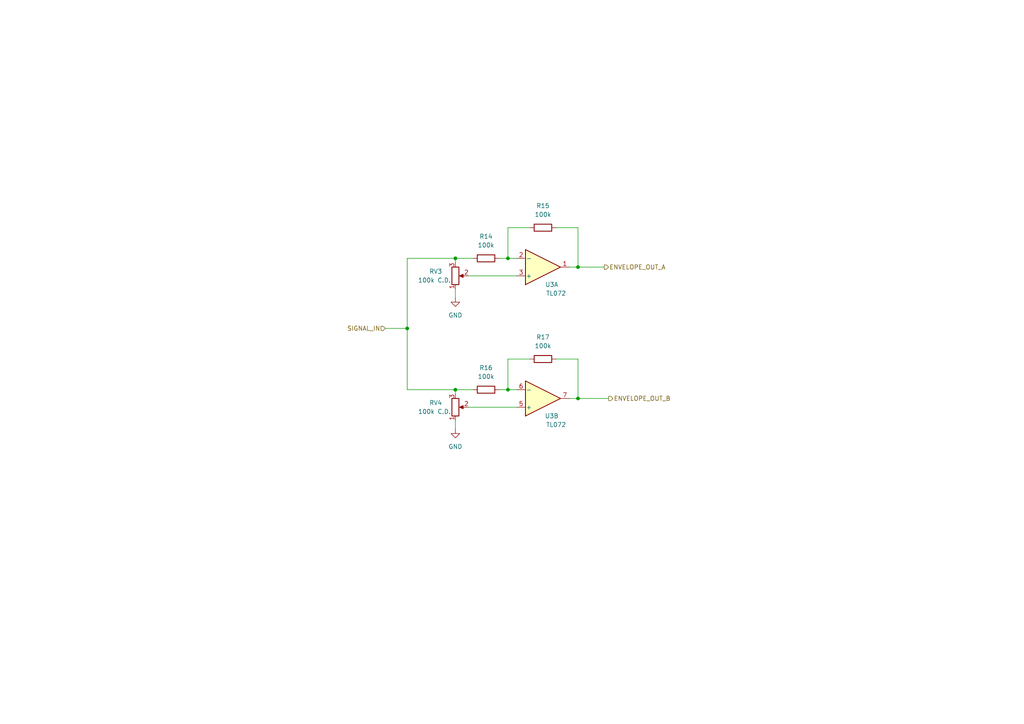
<source format=kicad_sch>
(kicad_sch (version 20230121) (generator eeschema)
  (paper "A4")
  (title_block (title "M.S.M. Stereo Lowpass Filter Pedal") (date "2022-05-26") (rev "0") (comment 2 "creativecommons.org/licenses/by/4.0") (comment 3 "License: CC by 4.0") (comment 4 "Author: Jordan Aceto"))
  (lib_symbols
    (symbol "Amplifier_Operational:TL072" (pin_names (offset 0.127))
      (property "Reference" "U" (at 0 5.08 0))
      (property "Value" "TL072" (at 0 -5.08 0))
      (symbol "TL072_1_1"
        (polyline (pts (xy -5.08 5.08) (xy 5.08 0) (xy -5.08 -5.08) (xy -5.08 5.08)) (stroke (width 0.254)) (fill (type background)))
        (pin output line (at 7.62 0 180) (length 2.54) (name "~") (number "1"))
        (pin input line (at -7.62 -2.54 0) (length 2.54) (name "-") (number "2"))
        (pin input line (at -7.62 2.54 0) (length 2.54) (name "+") (number "3"))
      )
      (symbol "TL072_2_1"
        (polyline (pts (xy -5.08 5.08) (xy 5.08 0) (xy -5.08 -5.08) (xy -5.08 5.08)) (stroke (width 0.254)) (fill (type background)))
        (pin input line (at -7.62 2.54 0) (length 2.54) (name "+") (number "5"))
        (pin input line (at -7.62 -2.54 0) (length 2.54) (name "-") (number "6"))
        (pin output line (at 7.62 0 180) (length 2.54) (name "~") (number "7"))
      )
      (symbol "TL072_3_1"
        (pin power_in line (at -2.54 -7.62 90) (length 3.81) (name "V-") (number "4"))
        (pin power_in line (at -2.54 7.62 270) (length 3.81) (name "V+") (number "8"))
      )
    )
    (symbol "Device:R" (pin_numbers hide) (pin_names (offset 0))
      (property "Reference" "R" (at 2.032 0 90))
      (property "Value" "R" (at 0 0 90))
      (symbol "R_0_1"
        (rectangle (start -1.016 -2.54) (end 1.016 2.54) (stroke (width 0.254)))
      )
      (symbol "R_1_1"
        (pin passive line (at 0 3.81 270) (length 1.27) (name "~") (number "1"))
        (pin passive line (at 0 -3.81 90) (length 1.27) (name "~") (number "2"))
      )
    )
    (symbol "Device:R_Potentiometer" (pin_names (offset 1.016) hide)
      (property "Reference" "RV" (at -4.445 0 90))
      (property "Value" "R_Potentiometer" (at -2.54 0 90))
      (symbol "R_Potentiometer_0_1"
        (polyline (pts (xy 2.54 0) (xy 1.524 0)))
        (polyline (pts (xy 1.143 0) (xy 2.286 0.508) (xy 2.286 -0.508) (xy 1.143 0)) (fill (type outline)))
        (rectangle (start 1.016 2.54) (end -1.016 -2.54) (stroke (width 0.254)))
      )
      (symbol "R_Potentiometer_1_1"
        (pin passive line (at 0 3.81 270) (length 1.27) (name "1") (number "1"))
        (pin passive line (at 3.81 0 180) (length 1.27) (name "2") (number "2"))
        (pin passive line (at 0 -3.81 90) (length 1.27) (name "3") (number "3"))
      )
    )
    (symbol "power:GND" (power) (pin_names (offset 0))
      (property "Value" "GND" (at 0 -3.81 0))
      (symbol "GND_0_1"
        (polyline (pts (xy 0 0) (xy 0 -1.27) (xy 1.27 -1.27) (xy 0 -2.54) (xy -1.27 -1.27) (xy 0 -1.27)))
      )
      (symbol "GND_1_1"
        (pin power_in line (at 0 0 270) (length 0) hide (name "GND") (number "1"))
      )
    )
  )
  (junction (at 147.32 113.03))
  (junction (at 118.11 95.25))
  (junction (at 147.32 74.93))
  (junction (at 132.08 74.93))
  (junction (at 167.64 77.47))
  (junction (at 132.08 113.03))
  (junction (at 167.64 115.57))
  (wire (pts (xy 147.32 113.03) (xy 149.86 113.03)))
  (wire (pts (xy 132.08 74.93) (xy 137.16 74.93)))
  (wire (pts (xy 147.32 104.14) (xy 153.67 104.14)))
  (wire (pts (xy 132.08 124.46) (xy 132.08 121.92)))
  (wire (pts (xy 147.32 113.03) (xy 147.32 104.14)))
  (wire (pts (xy 132.08 113.03) (xy 137.16 113.03)))
  (wire (pts (xy 144.78 113.03) (xy 147.32 113.03)))
  (wire (pts (xy 147.32 66.04) (xy 153.67 66.04)))
  (wire (pts (xy 118.11 74.93) (xy 118.11 95.25)))
  (wire (pts (xy 111.76 95.25) (xy 118.11 95.25)))
  (wire (pts (xy 165.1 115.57) (xy 167.64 115.57)))
  (wire (pts (xy 167.64 77.47) (xy 167.64 66.04)))
  (wire (pts (xy 167.64 77.47) (xy 175.26 77.47)))
  (wire (pts (xy 144.78 74.93) (xy 147.32 74.93)))
  (wire (pts (xy 135.89 118.11) (xy 149.86 118.11)))
  (wire (pts (xy 118.11 113.03) (xy 132.08 113.03)))
  (wire (pts (xy 132.08 86.36) (xy 132.08 83.82)))
  (wire (pts (xy 147.32 74.93) (xy 149.86 74.93)))
  (wire (pts (xy 167.64 115.57) (xy 176.53 115.57)))
  (wire (pts (xy 165.1 77.47) (xy 167.64 77.47)))
  (wire (pts (xy 132.08 114.3) (xy 132.08 113.03)))
  (wire (pts (xy 135.89 80.01) (xy 149.86 80.01)))
  (wire (pts (xy 167.64 66.04) (xy 161.29 66.04)))
  (wire (pts (xy 132.08 74.93) (xy 118.11 74.93)))
  (wire (pts (xy 118.11 95.25) (xy 118.11 113.03)))
  (wire (pts (xy 132.08 76.2) (xy 132.08 74.93)))
  (wire (pts (xy 147.32 74.93) (xy 147.32 66.04)))
  (wire (pts (xy 167.64 104.14) (xy 161.29 104.14)))
  (wire (pts (xy 167.64 115.57) (xy 167.64 104.14)))
  (hierarchical_label "ENVELOPE_OUT_B" (shape output) (at 176.53 115.57 0))
  (hierarchical_label "SIGNAL_IN" (shape input) (at 111.76 95.25 180))
  (hierarchical_label "ENVELOPE_OUT_A" (shape output) (at 175.26 77.47 0))
  (symbol (lib_id "Device:R") (at 140.97 74.93 90) (unit 1)
    (property "Reference" "R14" (at 140.97 68.58 90))
    (property "Value" "100k" (at 140.97 71.12 90))
    (property "Footprint" "Resistor_SMD:R_0805_2012Metric" (effects hide))
  )
  (symbol (lib_id "Device:R_Potentiometer") (at 132.08 118.11 0) (mirror x) (unit 1)
    (property "Reference" "RV4" (at 128.27 116.84 0) (effects (justify right)))
    (property "Value" "100k C.D." (at 130.81 119.38 0) (effects (justify right)))
    (property "Footprint" "Potentiometer_THT:Potentiometer_Alpha_RD901F-40-00D_Single_Vertical" (effects hide))
  )
  (symbol (lib_id "Device:R") (at 140.97 113.03 90) (unit 1)
    (property "Reference" "R16" (at 140.97 106.68 90))
    (property "Value" "100k" (at 140.97 109.22 90))
    (property "Footprint" "Resistor_SMD:R_0805_2012Metric" (effects hide))
  )
  (symbol (lib_id "Amplifier_Operational:TL072") (at 157.48 77.47 0) (mirror x) (unit 1)
    (property "Reference" "U3" (at 160.02 82.55 0))
    (property "Value" "TL072" (at 161.29 85.09 0))
    (property "Footprint" "Package_SO:SOIC-8_3.9x4.9mm_P1.27mm" (effects hide))
    (property "Datasheet" "http://www.ti.com/lit/ds/symlink/tl071.pdf" (effects hide))
  )
  (symbol (lib_id "Device:R") (at 157.48 104.14 90) (unit 1)
    (property "Reference" "R17" (at 157.48 97.79 90))
    (property "Value" "100k" (at 157.48 100.33 90))
    (property "Footprint" "Resistor_SMD:R_0805_2012Metric" (effects hide))
  )
  (symbol (lib_id "power:GND") (at 132.08 86.36 0) (unit 1)
    (property "Reference" "#PWR016" (effects hide))
    (property "Value" "GND" (at 132.08 91.44 0))
  )
  (symbol (lib_id "Device:R") (at 157.48 66.04 90) (unit 1)
    (property "Reference" "R15" (at 157.48 59.69 90))
    (property "Value" "100k" (at 157.48 62.23 90))
    (property "Footprint" "Resistor_SMD:R_0805_2012Metric" (effects hide))
  )
  (symbol (lib_id "power:GND") (at 132.08 124.46 0) (unit 1)
    (property "Reference" "#PWR017" (effects hide))
    (property "Value" "GND" (at 132.08 129.54 0))
  )
  (symbol (lib_id "Device:R_Potentiometer") (at 132.08 80.01 0) (mirror x) (unit 1)
    (property "Reference" "RV3" (at 128.27 78.74 0) (effects (justify right)))
    (property "Value" "100k C.D." (at 130.81 81.28 0) (effects (justify right)))
    (property "Footprint" "Potentiometer_THT:Potentiometer_Alpha_RD901F-40-00D_Single_Vertical" (effects hide))
  )
  (symbol (lib_id "Amplifier_Operational:TL072") (at 157.48 115.57 0) (mirror x) (unit 2)
    (property "Reference" "U3" (at 160.02 120.65 0))
    (property "Value" "TL072" (at 161.29 123.19 0))
    (property "Footprint" "Package_SO:SOIC-8_3.9x4.9mm_P1.27mm" (effects hide))
    (property "Datasheet" "http://www.ti.com/lit/ds/symlink/tl071.pdf" (effects hide))
  )
)
</source>
